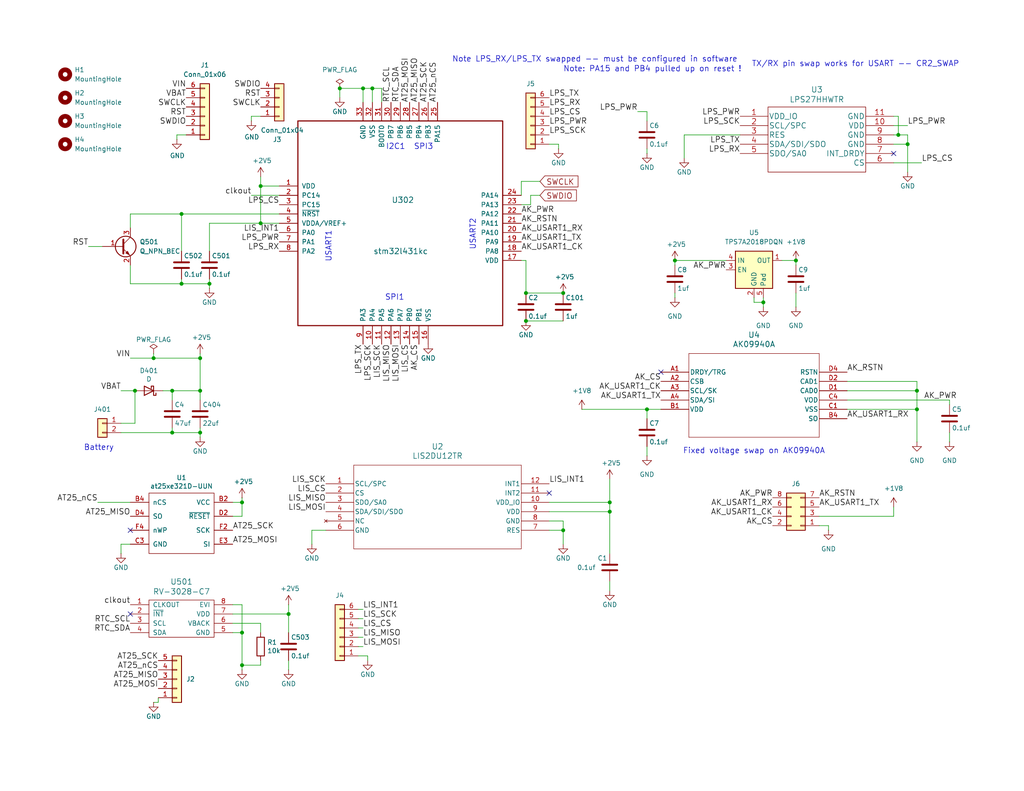
<source format=kicad_sch>
(kicad_sch (version 20231120) (generator "eeschema") (generator_version "8.0")
  (paper "USLetter")
  (title_block (title "Tag with Mag, Accel,Pressure") (date "2025-04-16") (rev "v2") (company "IUCS") (comment 1 "Geoffrey Brown"))
  (junction (at 166.37 139.7))
  (junction (at 217.17 71.12))
  (junction (at 49.53 58.42))
  (junction (at 46.99 118.11))
  (junction (at 66.04 172.72))
  (junction (at 54.61 97.79))
  (junction (at 153.67 144.78))
  (junction (at 92.71 24.13))
  (junction (at 208.28 82.55))
  (junction (at 166.37 137.16))
  (junction (at 143.51 87.63))
  (junction (at 99.06 24.13))
  (junction (at 71.12 50.8))
  (junction (at 250.19 111.76))
  (junction (at 78.74 167.64))
  (junction (at 46.99 106.68))
  (junction (at 49.53 77.47))
  (junction (at 57.15 77.47))
  (junction (at 143.51 80.01))
  (junction (at 245.11 36.83))
  (junction (at 176.53 111.76))
  (junction (at 36.83 106.68))
  (junction (at 247.65 39.37))
  (junction (at 153.67 80.01))
  (junction (at 54.61 106.68))
  (junction (at 101.6 24.13))
  (junction (at 66.04 181.61))
  (junction (at 66.04 137.16))
  (junction (at 41.91 97.79))
  (junction (at 71.12 60.96))
  (junction (at 54.61 118.11))
  (junction (at 250.19 106.68))
  (junction (at 184.15 71.12))
  (no_connect (at 243.84 41.91))
  (no_connect (at 35.56 144.78))
  (no_connect (at 149.86 134.62))
  (no_connect (at 180.34 101.6))
  (no_connect (at 35.56 167.64))
  (wire (pts (xy 66.04 140.97) (xy 66.04 137.16)))
  (wire (pts (xy 176.53 40.64) (xy 176.53 41.91)))
  (wire (pts (xy 66.04 181.61) (xy 66.04 182.88)))
  (wire (pts (xy 243.84 140.97) (xy 243.84 138.43)))
  (wire (pts (xy 63.5 167.64) (xy 78.74 167.64)))
  (wire (pts (xy 35.56 58.42) (xy 49.53 58.42)))
  (wire (pts (xy 97.79 179.07) (xy 100.33 179.07)))
  (wire (pts (xy 243.84 44.45) (xy 251.46 44.45)))
  (wire (pts (xy 41.91 96.52) (xy 41.91 97.79)))
  (wire (pts (xy 85.09 144.78) (xy 85.09 148.59)))
  (wire (pts (xy 54.61 106.68) (xy 54.61 109.22)))
  (wire (pts (xy 92.71 26.67) (xy 92.71 24.13)))
  (wire (pts (xy 71.12 180.34) (xy 71.12 181.61)))
  (wire (pts (xy 49.53 58.42) (xy 49.53 68.58)))
  (wire (pts (xy 143.51 71.12) (xy 143.51 80.01)))
  (wire (pts (xy 217.17 71.12) (xy 217.17 72.39)))
  (wire (pts (xy 250.19 104.14) (xy 250.19 106.68)))
  (wire (pts (xy 176.53 30.48) (xy 176.53 33.02)))
  (wire (pts (xy 149.86 144.78) (xy 153.67 144.78)))
  (wire (pts (xy 97.79 173.99) (xy 99.06 173.99)))
  (wire (pts (xy 78.74 167.64) (xy 78.74 172.72)))
  (wire (pts (xy 259.08 109.22) (xy 259.08 110.49)))
  (wire (pts (xy 71.12 170.18) (xy 71.12 172.72)))
  (wire (pts (xy 243.84 31.75) (xy 245.11 31.75)))
  (wire (pts (xy 49.53 77.47) (xy 57.15 77.47)))
  (wire (pts (xy 245.11 36.83) (xy 247.65 36.83)))
  (wire (pts (xy 46.99 118.11) (xy 54.61 118.11)))
  (wire (pts (xy 243.84 34.29) (xy 247.65 34.29)))
  (wire (pts (xy 71.12 60.96) (xy 76.2 60.96)))
  (wire (pts (xy 250.19 111.76) (xy 250.19 120.65)))
  (wire (pts (xy 99.06 24.13) (xy 99.06 27.94)))
  (wire (pts (xy 71.12 181.61) (xy 66.04 181.61)))
  (wire (pts (xy 57.15 76.2) (xy 57.15 77.47)))
  (wire (pts (xy 180.34 111.76) (xy 176.53 111.76)))
  (wire (pts (xy 100.33 179.07) (xy 100.33 180.34)))
  (wire (pts (xy 142.24 71.12) (xy 143.51 71.12)))
  (wire (pts (xy 71.12 31.75) (xy 68.58 31.75)))
  (wire (pts (xy 33.02 148.59) (xy 33.02 151.13)))
  (wire (pts (xy 66.04 137.16) (xy 66.04 135.89)))
  (wire (pts (xy 153.67 144.78) (xy 153.67 148.59)))
  (wire (pts (xy 149.86 142.24) (xy 153.67 142.24)))
  (wire (pts (xy 231.14 106.68) (xy 250.19 106.68)))
  (wire (pts (xy 101.6 24.13) (xy 104.14 24.13)))
  (wire (pts (xy 208.28 81.28) (xy 208.28 82.55)))
  (wire (pts (xy 97.79 168.91) (xy 99.06 168.91)))
  (wire (pts (xy 57.15 77.47) (xy 57.15 78.74)))
  (wire (pts (xy 68.58 53.34) (xy 76.2 53.34)))
  (wire (pts (xy 33.02 106.68) (xy 36.83 106.68)))
  (wire (pts (xy 173.99 30.48) (xy 176.53 30.48)))
  (wire (pts (xy 33.02 118.11) (xy 46.99 118.11)))
  (wire (pts (xy 46.99 106.68) (xy 46.99 109.22)))
  (wire (pts (xy 54.61 116.84) (xy 54.61 118.11)))
  (wire (pts (xy 35.56 97.79) (xy 41.91 97.79)))
  (wire (pts (xy 76.2 58.42) (xy 49.53 58.42)))
  (wire (pts (xy 35.56 62.23) (xy 35.56 58.42)))
  (wire (pts (xy 35.56 72.39) (xy 35.56 77.47)))
  (wire (pts (xy 71.12 60.96) (xy 57.15 60.96)))
  (wire (pts (xy 99.06 24.13) (xy 101.6 24.13)))
  (wire (pts (xy 97.79 166.37) (xy 99.06 166.37)))
  (wire (pts (xy 43.18 190.5) (xy 43.18 191.77)))
  (wire (pts (xy 43.18 191.77) (xy 41.91 191.77)))
  (wire (pts (xy 46.99 116.84) (xy 46.99 118.11)))
  (wire (pts (xy 54.61 97.79) (xy 54.61 106.68)))
  (wire (pts (xy 104.14 24.13) (xy 104.14 27.94)))
  (wire (pts (xy 231.14 111.76) (xy 250.19 111.76)))
  (wire (pts (xy 44.45 106.68) (xy 46.99 106.68)))
  (wire (pts (xy 158.75 111.76) (xy 176.53 111.76)))
  (wire (pts (xy 166.37 130.81) (xy 166.37 137.16)))
  (wire (pts (xy 142.24 53.34) (xy 142.24 49.53)))
  (wire (pts (xy 63.5 170.18) (xy 71.12 170.18)))
  (wire (pts (xy 186.69 36.83) (xy 186.69 43.18)))
  (wire (pts (xy 50.8 36.83) (xy 48.26 36.83)))
  (wire (pts (xy 153.67 142.24) (xy 153.67 144.78)))
  (wire (pts (xy 63.5 140.97) (xy 66.04 140.97)))
  (wire (pts (xy 63.5 137.16) (xy 66.04 137.16)))
  (wire (pts (xy 88.9 144.78) (xy 85.09 144.78)))
  (wire (pts (xy 152.4 39.37) (xy 152.4 40.64)))
  (wire (pts (xy 243.84 39.37) (xy 247.65 39.37)))
  (wire (pts (xy 226.06 143.51) (xy 226.06 144.78)))
  (wire (pts (xy 36.83 115.57) (xy 33.02 115.57)))
  (wire (pts (xy 176.53 121.92) (xy 176.53 124.46)))
  (wire (pts (xy 92.71 24.13) (xy 99.06 24.13)))
  (wire (pts (xy 184.15 80.01) (xy 184.15 81.28)))
  (wire (pts (xy 71.12 48.26) (xy 71.12 50.8)))
  (wire (pts (xy 205.74 81.28) (xy 205.74 82.55)))
  (wire (pts (xy 208.28 82.55) (xy 208.28 83.82)))
  (wire (pts (xy 142.24 49.53) (xy 147.32 49.53)))
  (wire (pts (xy 247.65 39.37) (xy 247.65 46.99)))
  (wire (pts (xy 36.83 106.68) (xy 36.83 115.57)))
  (wire (pts (xy 57.15 68.58) (xy 57.15 60.96)))
  (wire (pts (xy 149.86 139.7) (xy 166.37 139.7)))
  (wire (pts (xy 247.65 36.83) (xy 247.65 39.37)))
  (wire (pts (xy 97.79 176.53) (xy 99.06 176.53)))
  (wire (pts (xy 66.04 165.1) (xy 66.04 172.72)))
  (wire (pts (xy 63.5 165.1) (xy 66.04 165.1)))
  (wire (pts (xy 71.12 50.8) (xy 71.12 60.96)))
  (wire (pts (xy 24.13 67.31) (xy 27.94 67.31)))
  (wire (pts (xy 143.51 80.01) (xy 153.67 80.01)))
  (wire (pts (xy 144.78 53.34) (xy 147.32 53.34)))
  (wire (pts (xy 149.86 39.37) (xy 152.4 39.37)))
  (wire (pts (xy 35.56 77.47) (xy 49.53 77.47)))
  (wire (pts (xy 68.58 31.75) (xy 68.58 33.02)))
  (wire (pts (xy 223.52 140.97) (xy 243.84 140.97)))
  (wire (pts (xy 78.74 165.1) (xy 78.74 167.64)))
  (wire (pts (xy 231.14 109.22) (xy 259.08 109.22)))
  (wire (pts (xy 97.79 171.45) (xy 99.06 171.45)))
  (wire (pts (xy 166.37 139.7) (xy 166.37 151.13)))
  (wire (pts (xy 49.53 76.2) (xy 49.53 77.47)))
  (wire (pts (xy 66.04 172.72) (xy 66.04 181.61)))
  (wire (pts (xy 63.5 172.72) (xy 66.04 172.72)))
  (wire (pts (xy 198.12 71.12) (xy 184.15 71.12)))
  (wire (pts (xy 54.61 118.11) (xy 54.61 119.38)))
  (wire (pts (xy 250.19 106.68) (xy 250.19 111.76)))
  (wire (pts (xy 71.12 50.8) (xy 76.2 50.8)))
  (wire (pts (xy 54.61 96.52) (xy 54.61 97.79)))
  (wire (pts (xy 78.74 180.34) (xy 78.74 182.88)))
  (wire (pts (xy 231.14 104.14) (xy 250.19 104.14)))
  (wire (pts (xy 213.36 71.12) (xy 217.17 71.12)))
  (wire (pts (xy 166.37 137.16) (xy 166.37 139.7)))
  (wire (pts (xy 223.52 143.51) (xy 226.06 143.51)))
  (wire (pts (xy 243.84 36.83) (xy 245.11 36.83)))
  (wire (pts (xy 149.86 137.16) (xy 166.37 137.16)))
  (wire (pts (xy 35.56 148.59) (xy 33.02 148.59)))
  (wire (pts (xy 176.53 111.76) (xy 176.53 114.3)))
  (wire (pts (xy 166.37 158.75) (xy 166.37 161.29)))
  (wire (pts (xy 26.67 137.16) (xy 35.56 137.16)))
  (wire (pts (xy 101.6 24.13) (xy 101.6 27.94)))
  (wire (pts (xy 184.15 71.12) (xy 184.15 72.39)))
  (wire (pts (xy 201.93 36.83) (xy 186.69 36.83)))
  (wire (pts (xy 142.24 55.88) (xy 144.78 55.88)))
  (wire (pts (xy 48.26 36.83) (xy 48.26 38.1)))
  (wire (pts (xy 217.17 80.01) (xy 217.17 83.82)))
  (wire (pts (xy 205.74 82.55) (xy 208.28 82.55)))
  (wire (pts (xy 144.78 55.88) (xy 144.78 53.34)))
  (wire (pts (xy 245.11 31.75) (xy 245.11 36.83)))
  (wire (pts (xy 259.08 118.11) (xy 259.08 120.65)))
  (wire (pts (xy 153.67 87.63) (xy 143.51 87.63)))
  (wire (pts (xy 46.99 106.68) (xy 54.61 106.68)))
  (wire (pts (xy 41.91 97.79) (xy 54.61 97.79)))
  (text "TX/RX pin swap works for USART -- CR2_SWAP" (at 233.426 17.526 0) (effects (font (size 1.524 1.524))))
  (text "Battery" (at 22.86 123.19 0) (effects (font (size 1.524 1.524)) (justify left bottom)))
  (text "SPI3" (at 115.57 40.132 0) (effects (font (size 1.524 1.524))))
  (text "Note: PA15 and PB4 pulled up on reset !" (at 153.67 19.812 0) (effects (font (size 1.524 1.524)) (justify left bottom)))
  (text "I2C1" (at 107.95 40.132 0) (effects (font (size 1.524 1.524))))
  (text "Note LPS_RX/LPS_TX swapped -- must be configured in software" (at 162.306 16.256 0) (effects (font (size 1.524 1.524))))
  (text "Fixed voltage swap on AK09940A" (at 205.74 123.19 0) (effects (font (size 1.524 1.524))))
  (text "USART2" (at 129.032 64.008 90) (effects (font (size 1.524 1.524))))
  (text "SPI1" (at 107.696 81.28 0) (effects (font (size 1.524 1.524))))
  (text "USART1" (at 89.662 67.31 90) (effects (font (size 1.524 1.524))))
  (label "LIS_CS" (at 111.76 93.98 270) (effects (font (size 1.524 1.524))))
  (label "LPS_RX" (at 201.93 41.91 180) (effects (font (size 1.524 1.524))))
  (label "AT25_nCS" (at 26.67 137.16 180) (effects (font (size 1.524 1.524))))
  (label "AK_USART1_TX" (at 180.34 109.22 180) (effects (font (size 1.524 1.524))))
  (label "SWDIO" (at 50.8 34.29 180) (effects (font (size 1.524 1.524))))
  (label "LPS_CS" (at 149.86 31.75 0) (effects (font (size 1.524 1.524))))
  (label "LPS_PWR" (at 149.86 34.29 0) (effects (font (size 1.524 1.524))))
  (label "AK_USART1_CK" (at 180.34 106.68 180) (effects (font (size 1.524 1.524))))
  (label "RST" (at 71.12 26.67 180) (effects (font (size 1.524 1.524))))
  (label "LIS_INT1" (at 149.86 132.08 0) (effects (font (size 1.524 1.524))))
  (label "SWCLK" (at 50.8 29.21 180) (effects (font (size 1.524 1.524))))
  (label "LIS_CS" (at 99.06 171.45 0) (effects (font (size 1.524 1.524))))
  (label "AT25_SCK" (at 116.84 27.94 90) (effects (font (size 1.524 1.524))))
  (label "AK_USART1_TX" (at 142.24 66.04 0) (effects (font (size 1.524 1.524))))
  (label "RTC_SDA" (at 109.22 27.94 90) (effects (font (size 1.524 1.524))))
  (label "AK_USART1_RX" (at 210.82 138.43 180) (effects (font (size 1.524 1.524))))
  (label "AK_RSTN" (at 142.24 60.96 0) (effects (font (size 1.524 1.524))))
  (label "LPS_TX" (at 149.86 26.67 0) (effects (font (size 1.524 1.524))))
  (label "LPS_PWR" (at 173.99 30.48 180) (effects (font (size 1.524 1.524))))
  (label "LIS_MOSI" (at 109.22 93.98 270) (effects (font (size 1.524 1.524))))
  (label "VIN" (at 50.8 24.13 180) (effects (font (size 1.524 1.524))))
  (label "LPS_SCK" (at 201.93 34.29 180) (effects (font (size 1.524 1.524))))
  (label "AK_USART1_RX" (at 142.24 63.5 0) (effects (font (size 1.524 1.524))))
  (label "LPS_RX" (at 149.86 29.21 0) (effects (font (size 1.524 1.524))))
  (label "AK_CS" (at 180.34 104.14 180) (effects (font (size 1.524 1.524))))
  (label "LIS_INT1" (at 99.06 166.37 0) (effects (font (size 1.524 1.524))))
  (label "LIS_MOSI" (at 88.9 139.7 180) (effects (font (size 1.524 1.524))))
  (label "RTC_SCL" (at 35.56 170.18 180) (effects (font (size 1.524 1.524))))
  (label "AK_USART1_CK" (at 210.82 140.97 180) (effects (font (size 1.524 1.524))))
  (label "AK_CS" (at 210.82 143.51 180) (effects (font (size 1.524 1.524))))
  (label "AT25_MISO" (at 35.56 140.97 180) (effects (font (size 1.524 1.524))))
  (label "AT25_MISO" (at 114.3 27.94 90) (effects (font (size 1.524 1.524))))
  (label "AK_USART1_CK" (at 142.24 68.58 0) (effects (font (size 1.524 1.524))))
  (label "AT25_MISO" (at 43.18 185.42 180) (effects (font (size 1.524 1.524))))
  (label "LIS_INT1" (at 76.2 63.5 180) (effects (font (size 1.524 1.524))))
  (label "AT25_SCK" (at 43.18 180.34 180) (effects (font (size 1.524 1.524))))
  (label "AK_USART1_RX" (at 231.14 114.3 0) (effects (font (size 1.524 1.524))))
  (label "AK_RSTN" (at 231.14 101.6 0) (effects (font (size 1.524 1.524))))
  (label "VBAT" (at 50.8 26.67 180) (effects (font (size 1.524 1.524))))
  (label "LPS_SCK" (at 149.86 36.83 0) (effects (font (size 1.524 1.524))))
  (label "LPS_CS" (at 76.2 55.88 180) (effects (font (size 1.524 1.524))))
  (label "AT25_MOSI" (at 63.5 148.59 0) (effects (font (size 1.524 1.524))))
  (label "LIS_MISO" (at 106.68 93.98 270) (effects (font (size 1.524 1.524))))
  (label "clkout" (at 68.58 53.34 180) (effects (font (size 1.524 1.524))))
  (label "RTC_SCL" (at 106.68 27.94 90) (effects (font (size 1.524 1.524))))
  (label "LIS_MISO" (at 88.9 137.16 180) (effects (font (size 1.524 1.524))))
  (label "AT25_MOSI" (at 43.18 187.96 180) (effects (font (size 1.524 1.524))))
  (label "LPS_TX" (at 201.93 39.37 180) (effects (font (size 1.524 1.524))))
  (label "SWDIO" (at 71.12 24.13 180) (effects (font (size 1.524 1.524))))
  (label "AK_CS" (at 114.3 93.98 270) (effects (font (size 1.524 1.524))))
  (label "AK_RSTN" (at 223.52 135.89 0) (effects (font (size 1.524 1.524))))
  (label "LPS_PWR" (at 201.93 31.75 180) (effects (font (size 1.524 1.524))))
  (label "AK_PWR" (at 142.24 58.42 0) (effects (font (size 1.524 1.524))))
  (label "LPS_RX" (at 76.2 68.58 180) (effects (font (size 1.524 1.524))))
  (label "LPS_PWR" (at 76.2 66.04 180) (effects (font (size 1.524 1.524))))
  (label "AK_PWR" (at 252.095 109.22 0) (effects (font (size 1.524 1.524))))
  (label "RST" (at 24.13 67.31 180) (effects (font (size 1.524 1.524))))
  (label "LPS_TX" (at 99.06 93.98 270) (effects (font (size 1.524 1.524))))
  (label "SWCLK" (at 71.12 29.21 180) (effects (font (size 1.524 1.524))))
  (label "AT25_MOSI" (at 111.76 27.94 90) (effects (font (size 1.524 1.524))))
  (label "LIS_MISO" (at 99.06 173.99 0) (effects (font (size 1.524 1.524))))
  (label "AK_PWR" (at 198.12 73.66 180) (effects (font (size 1.524 1.524))))
  (label "AK_USART1_TX" (at 223.52 138.43 0) (effects (font (size 1.524 1.524))))
  (label "RTC_SDA" (at 35.56 172.72 180) (effects (font (size 1.524 1.524))))
  (label "AT25_nCS" (at 43.18 182.88 180) (effects (font (size 1.524 1.524))))
  (label "AK_PWR" (at 210.82 135.89 180) (effects (font (size 1.524 1.524))))
  (label "RST" (at 50.8 31.75 180) (effects (font (size 1.524 1.524))))
  (label "LIS_SCK" (at 99.06 168.91 0) (effects (font (size 1.524 1.524))))
  (label "AT25_nCS" (at 119.38 27.94 90) (effects (font (size 1.524 1.524))))
  (label "LPS_SCK" (at 101.6 93.98 270) (effects (font (size 1.524 1.524))))
  (label "LIS_MOSI" (at 99.06 176.53 0) (effects (font (size 1.524 1.524))))
  (label "VIN" (at 35.56 97.79 180) (effects (font (size 1.524 1.524))))
  (label "LIS_SCK" (at 104.14 93.98 270) (effects (font (size 1.524 1.524))))
  (label "LPS_PWR" (at 247.65 34.29 0) (effects (font (size 1.524 1.524))))
  (label "AT25_SCK" (at 63.5 144.78 0) (effects (font (size 1.524 1.524))))
  (label "LIS_SCK" (at 88.9 132.08 180) (effects (font (size 1.524 1.524))))
  (label "clkout" (at 35.56 165.1 180) (effects (font (size 1.524 1.524))))
  (label "LIS_CS" (at 88.9 134.62 180) (effects (font (size 1.524 1.524))))
  (label "LPS_CS" (at 251.46 44.45 0) (effects (font (size 1.524 1.524))))
  (label "VBAT" (at 33.02 106.68 180) (effects (font (size 1.524 1.524))))
  (global_label "SWDIO" (shape input) (at 147.32 53.34 0) (effects (font (size 1.524 1.524))) (property "Intersheetrefs" "${INTERSHEET_REFS}" (effects (hide yes))))
  (global_label "SWCLK" (shape input) (at 147.32 49.53 0) (effects (font (size 1.524 1.524))) (property "Intersheetrefs" "${INTERSHEET_REFS}" (effects (hide yes))))
  (symbol (lib_id "PresTag:stm32l432-gpsparts") (at 76.2 50.8 0) (unit 1)
    (property "Reference" "U302" (at 113.03 54.61 0) (effects (font (size 1.524 1.524)) (justify right)))
    (property "Value" "stm32l431kc" (at 116.84 68.58 0) (effects (font (size 1.524 1.524)) (justify right)))
    (property "Footprint" "Package_DFN_QFN:QFN-32-1EP_5x5mm_P0.5mm_EP3.45x3.45mm" (effects (hide yes)))
    (property "MFN" "STMicroelectronics" (effects (hide yes)))
    (property "DISTPN" "511-STM32L431KCU6" (effects (hide yes)))
    (property "MPN" "STM32L431KCU6" (effects (hide yes)))
  )
  (symbol (lib_id "Device:C") (at 49.53 72.39 0) (unit 1)
    (property "Reference" "C502" (at 50.165 69.85 0) (effects (justify left)))
    (property "Value" "0.1uf" (at 50.165 74.93 0) (effects (justify left)))
    (property "Footprint" "Capacitor_SMD:C_0201_0603Metric" (effects (hide yes)))
    (property "Macrofab" "MF-CAP-0402-0.1uF" (effects (hide yes)))
    (property "MFN" "Murata" (effects (hide yes)))
    (property "MPN" "GRM033C81E104KE14D" (effects (hide yes)))
    (property "DISTPN" "490-10403-1-ND" (effects (hide yes)))
  )
  (symbol (lib_id "Device:C") (at 57.15 72.39 0) (unit 1)
    (property "Reference" "C501" (at 57.785 69.85 0) (effects (justify left)))
    (property "Value" "0.1uf" (at 57.785 74.93 0) (effects (justify left)))
    (property "Footprint" "Capacitor_SMD:C_0201_0603Metric" (effects (hide yes)))
    (property "Macrofab" "MF-CAP-0402-0.1uF" (effects (hide yes)))
    (property "MFN" "Murata" (effects (hide yes)))
    (property "MPN" "GRM033C81E104KE14D" (effects (hide yes)))
    (property "DISTPN" "490-10403-1-ND" (effects (hide yes)))
  )
  (symbol (lib_id "Device:Q_NPN_BEC") (at 33.02 67.31 0) (unit 1)
    (property "Reference" "Q501" (at 38.1 66.04 0) (effects (justify left)))
    (property "Value" "Q_NPN_BEC" (at 38.1 68.58 0) (effects (justify left)))
    (property "Footprint" "Package_TO_SOT_SMD:SOT-883" (effects (hide yes)))
    (property "MFN" "Nexperia" (effects (hide yes)))
    (property "MPN" "BC847AMB,315" (effects (hide yes)))
    (property "DISTPN" "1727-2632-1-ND" (effects (hide yes)))
  )
  (symbol (lib_id "Device:C") (at 78.74 176.53 0) (unit 1)
    (property "Reference" "C503" (at 79.375 173.99 0) (effects (justify left)))
    (property "Value" "0.1uf" (at 79.375 179.07 0) (effects (justify left)))
    (property "Footprint" "Capacitor_SMD:C_0201_0603Metric" (effects (hide yes)))
    (property "MFN" "Murata" (effects (hide yes)))
    (property "MPN" "GRM033C81E104KE14D" (effects (hide yes)))
    (property "DISTPN" "490-10403-1-ND" (effects (hide yes)))
    (property "Macrofab" "MF-CAP-0402-0.1uF" (effects (hide yes)))
  )
  (symbol (lib_name "GND_3") (lib_id "power:GND") (at 33.02 151.13 0) (unit 1)
    (property "Reference" "#PWR0102" (effects (hide yes)))
    (property "Value" "GND" (at 33.02 154.94 0))
    (property "Description" "Power symbol creates a global label with name \"GND\" , ground" (effects (hide yes)))
  )
  (symbol (lib_name "GND_5") (lib_id "power:GND") (at 57.15 78.74 0) (unit 1)
    (property "Reference" "#PWR0109" (effects (hide yes)))
    (property "Value" "GND" (at 57.15 82.55 0))
    (property "Description" "Power symbol creates a global label with name \"GND\" , ground" (effects (hide yes)))
  )
  (symbol (lib_name "GND_9") (lib_id "power:GND") (at 116.84 93.98 0) (unit 1)
    (property "Reference" "#PWR0103" (effects (hide yes)))
    (property "Value" "GND" (at 116.84 97.79 0))
    (property "Description" "Power symbol creates a global label with name \"GND\" , ground" (effects (hide yes)))
  )
  (symbol (lib_name "+2V5_3") (lib_id "power:+2V5") (at 71.12 48.26 0) (unit 1)
    (property "Reference" "#PWR0105" (effects (hide yes)))
    (property "Value" "+2V5" (at 71.501 43.8658 0))
    (property "Description" "Power symbol creates a global label with name \"+2V5\"" (effects (hide yes)))
  )
  (symbol (lib_id "power:+2V5") (at 153.67 80.01 0) (unit 1)
    (property "Reference" "#PWR0108" (effects (hide yes)))
    (property "Value" "+2V5" (at 154.051 75.6158 0))
    (property "Description" "Power symbol creates a global label with name \"+2V5\"" (effects (hide yes)))
  )
  (symbol (lib_name "GND_4") (lib_id "power:GND") (at 92.71 26.67 0) (unit 1)
    (property "Reference" "#PWR0110" (effects (hide yes)))
    (property "Value" "GND" (at 92.71 30.48 0))
    (property "Description" "Power symbol creates a global label with name \"GND\" , ground" (effects (hide yes)))
  )
  (symbol (lib_name "GND_11") (lib_id "power:GND") (at 66.04 182.88 0) (unit 1)
    (property "Reference" "#PWR0112" (effects (hide yes)))
    (property "Value" "GND" (at 66.04 186.69 0))
    (property "Description" "Power symbol creates a global label with name \"GND\" , ground" (effects (hide yes)))
  )
  (symbol (lib_name "GND_12") (lib_id "power:GND") (at 78.74 182.88 0) (unit 1)
    (property "Reference" "#PWR0113" (effects (hide yes)))
    (property "Value" "GND" (at 78.74 186.69 0))
    (property "Description" "Power symbol creates a global label with name \"GND\" , ground" (effects (hide yes)))
  )
  (symbol (lib_name "+2V5_4") (lib_id "power:+2V5") (at 78.74 165.1 0) (unit 1)
    (property "Reference" "#PWR0114" (effects (hide yes)))
    (property "Value" "+2V5" (at 79.121 160.7058 0))
    (property "Description" "Power symbol creates a global label with name \"+2V5\"" (effects (hide yes)))
  )
  (symbol (lib_name "+2V5_1") (lib_id "power:+2V5") (at 54.61 96.52 0) (unit 1)
    (property "Reference" "#PWR0115" (effects (hide yes)))
    (property "Value" "+2V5" (at 54.991 92.1258 0))
    (property "Description" "Power symbol creates a global label with name \"+2V5\"" (effects (hide yes)))
  )
  (symbol (lib_name "PWR_FLAG_1") (lib_id "power:PWR_FLAG") (at 41.91 96.52 0) (unit 1)
    (property "Reference" "#FLG0102" (effects (hide yes)))
    (property "Value" "PWR_FLAG" (at 41.91 92.71 0))
    (property "Description" "Special symbol for telling ERC where power comes from" (effects (hide yes)))
  )
  (symbol (lib_name "GND_1") (lib_id "power:GND") (at 54.61 119.38 0) (unit 1)
    (property "Reference" "#PWR0116" (effects (hide yes)))
    (property "Value" "GND" (at 54.61 123.19 0))
    (property "Description" "Power symbol creates a global label with name \"GND\" , ground" (effects (hide yes)))
  )
  (symbol (lib_id "Connector_Generic:Conn_01x02") (at 27.94 115.57 0) (mirror y) (unit 1) (in_bom no)
    (property "Reference" "J401" (at 27.94 111.76 0))
    (property "Value" "CONN_01X02" (effects (hide yes)))
    (property "Footprint" "library:MS621" (effects (hide yes)))
    (property "Populate" "No" (effects (hide yes)))
    (property "Config" "DNF" (effects (hide yes)))
    (property "DNP" "1" (effects (hide yes)))
  )
  (symbol (lib_id "Device:D_Schottky") (at 40.64 106.68 180) (unit 1)
    (property "Reference" "D401" (at 40.64 101.1936 0))
    (property "Value" "D" (at 40.64 103.505 0))
    (property "Footprint" "Diode_SMD:D_0402_1005Metric" (effects (hide yes)))
    (property "MFN" "COMCHIP" (effects (hide yes)))
    (property "MPN" "CDBQC0130L-HF" (effects (hide yes)))
    (property "DISTPN" "641-1519-1-ND" (effects (hide yes)))
  )
  (symbol (lib_id "Device:C") (at 54.61 113.03 0) (unit 1)
    (property "Reference" "C404" (at 55.245 110.49 0) (effects (justify left)))
    (property "Value" "22uf" (at 55.245 115.57 0) (effects (justify left)))
    (property "Footprint" "Capacitor_SMD:C_0402_1005Metric" (effects (hide yes)))
    (property "DISTPN" "478-9839-1-ND" (effects (hide yes)))
    (property "MFN" "AVX" (effects (hide yes)))
    (property "MPN" "04026D226MAT2A" (effects (hide yes)))
  )
  (symbol (lib_name "+2V5_2") (lib_id "power:+2V5") (at 66.04 135.89 0) (unit 1)
    (property "Reference" "#PWR0107" (effects (hide yes)))
    (property "Value" "+2V5" (at 66.421 131.4958 0))
    (property "Description" "Power symbol creates a global label with name \"+2V5\"" (effects (hide yes)))
  )
  (symbol (lib_id "PresTag:RV-3028-C7-gpsparts") (at 49.53 168.91 0) (unit 1)
    (property "Reference" "U501" (at 49.53 158.8262 0) (effects (font (size 1.524 1.524))))
    (property "Value" "RV-3028-C7" (at 49.53 161.5186 0) (effects (font (size 1.524 1.524))))
    (property "Footprint" "library:RV-8803-C7" (effects (hide yes)))
    (property "DISTPN" "2195-RV-3028-C732.768KHZ1PPM-TA-QCCT-ND" (effects (hide yes)))
    (property "MFN" "Micro Crystal" (effects (hide yes)))
    (property "MPN" "RV-3028-C7 32.768KHZ 1PPM-TA-QC" (effects (hide yes)))
  )
  (symbol (lib_id "Device:R") (at 71.12 176.53 0) (unit 1)
    (property "Reference" "R1" (at 72.898 175.3616 0) (effects (justify left)))
    (property "Value" "10k" (at 72.898 177.673 0) (effects (justify left)))
    (property "Footprint" "Resistor_SMD:R_0201_0603Metric" (effects (hide yes)))
    (property "DISTPN" "311-10.0KMCT-ND" (effects (hide yes)))
    (property "MFN" "Yaego" (effects (hide yes)))
    (property "MPN" "RC0201FR-0710KL" (effects (hide yes)))
    (property "Macrofab" "MF-RES-0402-10K" (effects (hide yes)))
  )
  (symbol (lib_id "at25xe:at25ex321D-UUN") (at 49.53 140.97 0) (unit 1)
    (property "Reference" "U1" (at 49.53 130.429 0))
    (property "Value" "at25xe321D-UUN" (at 49.53 132.7404 0))
    (property "Footprint" "library:adesto_wlcsp12" (effects (hide yes)))
    (property "DISTPN" "724-AT25FF321A-UUN-T" (effects (hide yes)))
    (property "MFN" "Renesas" (effects (hide yes)))
    (property "MPN" "AT25XE321D-UUN-T" (effects (hide yes)))
  )
  (symbol (lib_id "Device:C") (at 143.51 83.82 0) (unit 1)
    (property "Reference" "C2" (at 144.145 81.28 0) (effects (justify left)))
    (property "Value" "0.1uf" (at 144.145 86.36 0) (effects (justify left)))
    (property "Footprint" "Capacitor_SMD:C_0201_0603Metric" (effects (hide yes)))
    (property "Macrofab" "MF-CAP-0402-0.1uF" (effects (hide yes)))
    (property "MFN" "Murata" (effects (hide yes)))
    (property "MPN" "GRM033C81E104KE14D" (effects (hide yes)))
    (property "DISTPN" "490-10403-1-ND" (effects (hide yes)))
  )
  (symbol (lib_id "power:GND") (at 143.51 87.63 0) (unit 1)
    (property "Reference" "#PWR0101" (effects (hide yes)))
    (property "Value" "GND" (at 143.51 91.44 0))
    (property "Description" "Power symbol creates a global label with name \"GND\" , ground" (effects (hide yes)))
  )
  (symbol (lib_id "Device:C") (at 153.67 83.82 0) (unit 1)
    (property "Reference" "C101" (at 154.305 81.28 0) (effects (justify left)))
    (property "Value" "1uf" (at 154.305 86.36 0) (effects (justify left)))
    (property "Footprint" "Capacitor_SMD:C_0201_0603Metric" (effects (hide yes)))
    (property "MFN" "Murata" (effects (hide yes)))
    (property "MPN" "GRM033R60J105MEA2D" (effects (hide yes)))
    (property "DISTPN" "490-7229-1-ND" (effects (hide yes)))
  )
  (symbol (lib_id "Device:C") (at 184.15 76.2 0) (unit 1)
    (property "Reference" "C8" (at 184.785 73.66 0) (effects (justify left)))
    (property "Value" "1uf" (at 184.785 78.74 0) (effects (justify left)))
    (property "Footprint" "Capacitor_SMD:C_0201_0603Metric" (effects (hide yes)))
    (property "MFN" "Murata" (effects (hide yes)))
    (property "MPN" "GRM033R60J105MEA2D" (effects (hide yes)))
    (property "DISTPN" "490-7229-1-ND" (effects (hide yes)))
  )
  (symbol (lib_id "power:+2V5") (at 166.37 130.81 0) (unit 1)
    (property "Reference" "#PWR6" (effects (hide yes)))
    (property "Value" "+2V5" (at 166.751 126.4158 0))
  )
  (symbol (lib_id "Device:C") (at 46.99 113.03 0) (unit 1)
    (property "Reference" "C4" (at 47.625 110.49 0) (effects (justify left)))
    (property "Value" "47uf" (at 47.625 115.57 0) (effects (justify left)))
    (property "Footprint" "Capacitor_SMD:C_0603_1608Metric" (effects (hide yes)))
    (property "DISTPN" "478-11180-1-ND" (effects (hide yes)))
    (property "MFN" "KYOCERA AVX" (effects (hide yes)))
    (property "MPN" "06036D476MAT2A" (effects (hide yes)))
  )
  (symbol (lib_id "Mechanical:MountingHole") (at 17.78 26.67 0) (unit 1) (exclude_from_sim yes) (in_bom no)
    (property "Reference" "H2" (at 20.32 25.3999 0) (effects (justify left)))
    (property "Value" "MountingHole" (at 20.32 27.9399 0) (effects (justify left)))
    (property "Footprint" "MountingHole:MountingHole_2.5mm" (effects (hide yes)))
    (property "Description" "Mounting Hole without connection" (effects (hide yes)))
  )
  (symbol (lib_id "Connector_Generic:Conn_01x04") (at 76.2 29.21 0) (mirror x) (unit 1) (in_bom no)
    (property "Reference" "J3" (at 74.422 38.1001 0) (effects (justify left)))
    (property "Value" "Conn_01x04" (at 71.12 35.5601 0) (effects (justify left)))
    (property "Footprint" "Connector_PinHeader_2.54mm:PinHeader_1x04_P2.54mm_Vertical" (effects (hide yes)))
    (property "Description" "Generic connector, single row, 01x04, script generated (kicad-library-utils/schlib/autogen/connector/)" (effects (hide yes)))
  )
  (symbol (lib_id "power:+1V8") (at 158.75 111.76 0) (unit 1)
    (property "Reference" "#PWR17" (effects (hide yes)))
    (property "Value" "+1V8" (at 158.75 106.68 0))
    (property "Description" "Power symbol creates a global label with name \"+1V8\"" (effects (hide yes)))
  )
  (symbol (lib_id "Device:C") (at 166.37 154.94 0) (mirror y) (unit 1)
    (property "Reference" "C1" (at 165.735 152.4 0) (effects (justify left)))
    (property "Value" "0.1uf" (at 162.56 154.94 0) (effects (justify left)))
    (property "Footprint" "Capacitor_SMD:C_0201_0603Metric" (effects (hide yes)))
    (property "MFN" "Murata" (effects (hide yes)))
    (property "DISTPN" "490-10403-1-ND" (effects (hide yes)))
    (property "MPN" "GRM033C81E104KE14D" (effects (hide yes)))
    (property "LCSC" "C181047" (effects (hide yes)))
  )
  (symbol (lib_name "GND_12") (lib_id "power:GND") (at 152.4 40.64 0) (unit 1)
    (property "Reference" "#PWR12" (effects (hide yes)))
    (property "Value" "GND" (at 152.4 44.45 0))
    (property "Description" "Power symbol creates a global label with name \"GND\" , ground" (effects (hide yes)))
  )
  (symbol (lib_id "power:GND") (at 153.67 148.59 0) (unit 1)
    (property "Reference" "#PWR5" (effects (hide yes)))
    (property "Value" "GND" (at 153.67 152.4 0))
  )
  (symbol (lib_id "Regulator_Linear:TPS7A20xxxDQN") (at 205.74 73.66 0) (unit 1)
    (property "Reference" "U5" (at 205.74 63.5 0))
    (property "Value" "TPS7A2018PDQN" (at 205.74 66.04 0))
    (property "Footprint" "Package_SON:Texas_X2SON-4_1x1mm_P0.65mm" (effects (hide yes)))
    (property "Datasheet" "https://www.ti.com/lit/ds/symlink/tps7a20.pdf" (effects (hide yes)))
    (property "Description" "300 mA Low Dropout Voltage Regulator, Fixed Output, 1.6..6.0Vin, Low-Noise (7μV RMS), 6.5μA IQ LDO, X2SON-5" (effects (hide yes)))
    (property "MFN" "Texas Instruments" (effects (hide yes)))
    (property "MPN" "TPS7A2018PDQNR" (effects (hide yes)))
    (property "DISTPN" "296-TPS7A2018PDQNRCT-ND" (effects (hide yes)))
  )
  (symbol (lib_id "Connector_Generic:Conn_01x05") (at 48.26 185.42 0) (mirror x) (unit 1) (in_bom no)
    (property "Reference" "J2" (at 50.8 185.4201 0) (effects (justify left)))
    (property "Value" "Conn_01x04" (effects (hide yes)))
    (property "Footprint" "Connector_PinHeader_2.54mm:PinHeader_1x05_P2.54mm_Vertical" (effects (hide yes)))
    (property "Description" "Generic connector, single row, 01x05, script generated (kicad-library-utils/schlib/autogen/connector/)" (effects (hide yes)))
    (property "DNP" "1" (effects (hide yes)))
  )
  (symbol (lib_id "power:GND") (at 184.15 81.28 0) (unit 1)
    (property "Reference" "#PWR16" (effects (hide yes)))
    (property "Value" "GND" (at 184.15 86.36 0))
    (property "Description" "Power symbol creates a global label with name \"GND\" , ground" (effects (hide yes)))
  )
  (symbol (lib_id "power:GND") (at 68.58 33.02 0) (unit 1)
    (property "Reference" "#PWR3" (effects (hide yes)))
    (property "Value" "GND" (at 68.707 37.4142 0))
  )
  (symbol (lib_id "Connector_Generic:Conn_01x06") (at 144.78 34.29 180) (unit 1) (in_bom no)
    (property "Reference" "J5" (at 144.78 22.86 0))
    (property "Value" "Conn_01x06" (effects (hide yes)))
    (property "Footprint" "Connector_PinHeader_2.54mm:PinHeader_1x06_P2.54mm_Vertical" (effects (hide yes)))
    (property "Description" "Generic connector, single row, 01x06, script generated (kicad-library-utils/schlib/autogen/connector/)" (effects (hide yes)))
  )
  (symbol (lib_id "power:GND") (at 166.37 161.29 0) (unit 1)
    (property "Reference" "#PWR7" (effects (hide yes)))
    (property "Value" "GND" (at 166.37 165.1 0))
  )
  (symbol (lib_id "power:+1V8") (at 217.17 71.12 0) (unit 1)
    (property "Reference" "#PWR21" (effects (hide yes)))
    (property "Value" "+1V8" (at 217.17 66.04 0))
    (property "Description" "Power symbol creates a global label with name \"+1V8\"" (effects (hide yes)))
  )
  (symbol (lib_id "power:GND") (at 226.06 144.78 0) (unit 1)
    (property "Reference" "#PWR23" (effects (hide yes)))
    (property "Value" "GND" (at 226.06 149.86 0))
    (property "Description" "Power symbol creates a global label with name \"GND\" , ground" (effects (hide yes)))
  )
  (symbol (lib_id "power:GND") (at 217.17 83.82 0) (unit 1)
    (property "Reference" "#PWR19" (effects (hide yes)))
    (property "Value" "GND" (at 217.17 88.9 0))
    (property "Description" "Power symbol creates a global label with name \"GND\" , ground" (effects (hide yes)))
  )
  (symbol (lib_id "Mechanical:MountingHole") (at 17.78 33.02 0) (unit 1) (exclude_from_sim yes) (in_bom no)
    (property "Reference" "H3" (at 20.32 31.7499 0) (effects (justify left)))
    (property "Value" "MountingHole" (at 20.32 34.2899 0) (effects (justify left)))
    (property "Footprint" "MountingHole:MountingHole_2.5mm" (effects (hide yes)))
    (property "Description" "Mounting Hole without connection" (effects (hide yes)))
  )
  (symbol (lib_id "lis2du12tr:LIS2DU12TR") (at 88.9 132.08 0) (unit 1)
    (property "Reference" "U2" (at 119.38 121.92 0) (effects (font (size 1.524 1.524))))
    (property "Value" "LIS2DU12TR" (at 119.38 124.46 0) (effects (font (size 1.524 1.524))))
    (property "Footprint" "LGA-12L_LIS2DU12_STM" (effects (hide yes)))
    (property "Datasheet" "LIS2DU12TR" (effects (hide yes)))
    (property "MFN" "STMicroelectronics" (effects (hide yes)))
    (property "MPN" "LIS2DU12TR" (effects (hide yes)))
    (property "DISTPN" "497-LIS2DU12TRCT-ND" (effects (hide yes)))
  )
  (symbol (lib_id "Device:C") (at 176.53 36.83 0) (unit 1)
    (property "Reference" "C6" (at 177.165 34.29 0) (effects (justify left)))
    (property "Value" "0.1uf" (at 177.165 39.37 0) (effects (justify left)))
    (property "Footprint" "Capacitor_SMD:C_0201_0603Metric" (effects (hide yes)))
    (property "Macrofab" "MF-CAP-0402-0.1uF" (effects (hide yes)))
    (property "MFN" "Murata" (effects (hide yes)))
    (property "DISTPN" "490-10403-1-ND" (effects (hide yes)))
    (property "MPN" "GRM033C81E104KE14D" (effects (hide yes)))
  )
  (symbol (lib_id "power:GND") (at 208.28 83.82 0) (unit 1)
    (property "Reference" "#PWR18" (effects (hide yes)))
    (property "Value" "GND" (at 208.28 88.9 0))
    (property "Description" "Power symbol creates a global label with name \"GND\" , ground" (effects (hide yes)))
  )
  (symbol (lib_id "Connector_Generic:Conn_01x06") (at 92.71 173.99 180) (unit 1) (in_bom no)
    (property "Reference" "J4" (at 92.71 162.56 0))
    (property "Value" "Conn_01x06" (effects (hide yes)))
    (property "Footprint" "Connector_PinHeader_2.54mm:PinHeader_1x06_P2.54mm_Vertical" (effects (hide yes)))
    (property "Description" "Generic connector, single row, 01x06, script generated (kicad-library-utils/schlib/autogen/connector/)" (effects (hide yes)))
  )
  (symbol (lib_id "Device:C") (at 176.53 118.11 0) (unit 1)
    (property "Reference" "C7" (at 177.165 115.57 0) (effects (justify left)))
    (property "Value" "0.1uf" (at 177.165 120.65 0) (effects (justify left)))
    (property "Footprint" "Capacitor_SMD:C_0201_0603Metric" (effects (hide yes)))
    (property "Macrofab" "MF-CAP-0402-0.1uF" (effects (hide yes)))
    (property "MFN" "Murata" (effects (hide yes)))
    (property "MPN" "GRM033C81E104KE14D" (effects (hide yes)))
    (property "DISTPN" "490-10403-1-ND" (effects (hide yes)))
  )
  (symbol (lib_id "power:GND") (at 48.26 38.1 0) (unit 1)
    (property "Reference" "#PWR01" (effects (hide yes)))
    (property "Value" "GND" (at 48.387 42.4942 0))
  )
  (symbol (lib_name "GND_12") (lib_id "power:GND") (at 100.33 180.34 0) (unit 1)
    (property "Reference" "#PWR8" (effects (hide yes)))
    (property "Value" "GND" (at 100.33 184.15 0))
    (property "Description" "Power symbol creates a global label with name \"GND\" , ground" (effects (hide yes)))
  )
  (symbol (lib_name "GND_8") (lib_id "power:GND") (at 247.65 46.99 0) (unit 1)
    (property "Reference" "#PWR11" (effects (hide yes)))
    (property "Value" "GND" (at 247.65 50.8 0))
    (property "Description" "Power symbol creates a global label with name \"GND\" , ground" (effects (hide yes)))
  )
  (symbol (lib_id "power:GND") (at 176.53 124.46 0) (unit 1)
    (property "Reference" "#PWR15" (effects (hide yes)))
    (property "Value" "GND" (at 176.53 129.54 0))
    (property "Description" "Power symbol creates a global label with name \"GND\" , ground" (effects (hide yes)))
  )
  (symbol (lib_name "GND_10") (lib_id "power:GND") (at 186.69 43.18 0) (unit 1)
    (property "Reference" "#PWR10" (effects (hide yes)))
    (property "Value" "GND" (at 186.69 46.99 0))
    (property "Description" "Power symbol creates a global label with name \"GND\" , ground" (effects (hide yes)))
  )
  (symbol (lib_id "power:GND") (at 250.19 120.65 0) (unit 1)
    (property "Reference" "#PWR13" (effects (hide yes)))
    (property "Value" "GND" (at 250.19 125.73 0))
    (property "Description" "Power symbol creates a global label with name \"GND\" , ground" (effects (hide yes)))
  )
  (symbol (lib_id "Mechanical:MountingHole") (at 17.78 20.32 0) (unit 1) (exclude_from_sim yes) (in_bom no)
    (property "Reference" "H1" (at 20.32 19.0499 0) (effects (justify left)))
    (property "Value" "MountingHole" (at 20.32 21.5899 0) (effects (justify left)))
    (property "Footprint" "MountingHole:MountingHole_2.5mm" (effects (hide yes)))
    (property "Description" "Mounting Hole without connection" (effects (hide yes)))
  )
  (symbol (lib_id "lps27:LPS27HHWTR") (at 201.93 31.75 0) (unit 1)
    (property "Reference" "U3" (at 222.885 24.4602 0) (effects (font (size 1.524 1.524))))
    (property "Value" "LPS27HHWTR" (at 222.885 27.1526 0) (effects (font (size 1.524 1.524))))
    (property "Footprint" "library:LPS27HHWTR" (effects (hide yes)))
    (property "DISTPN" "497-LPS27HHTWCT-ND" (effects (hide yes)))
    (property "MFN" "STMicroelectronics" (effects (hide yes)))
    (property "MPN" "LPS27HHTWTR" (effects (hide yes)))
  )
  (symbol (lib_id "power:PWR_FLAG") (at 92.71 24.13 0) (unit 1)
    (property "Reference" "#FLG0101" (effects (hide yes)))
    (property "Value" "PWR_FLAG" (at 92.71 19.05 0))
    (property "Description" "Special symbol for telling ERC where power comes from" (effects (hide yes)))
  )
  (symbol (lib_id "power:+1V8") (at 243.84 138.43 0) (unit 1)
    (property "Reference" "#PWR22" (effects (hide yes)))
    (property "Value" "+1V8" (at 243.84 133.35 0))
    (property "Description" "Power symbol creates a global label with name \"+1V8\"" (effects (hide yes)))
  )
  (symbol (lib_id "Connector_Generic:Conn_02x04_Odd_Even") (at 218.44 140.97 180) (unit 1) (in_bom no)
    (property "Reference" "J6" (at 217.17 132.08 0))
    (property "Value" "Conn_02x04_Counter_Clockwise" (effects (hide yes)))
    (property "Footprint" "Connector_PinHeader_2.54mm:PinHeader_2x04_P2.54mm_Vertical" (effects (hide yes)))
    (property "Description" "Generic connector, double row, 02x04, odd/even pin numbering scheme (row 1 odd numbers, row 2 even numbers), script generated (kicad-library-utils/schlib/autogen/connector/)" (effects (hide yes)))
  )
  (symbol (lib_id "power:GND") (at 259.08 120.65 0) (unit 1)
    (property "Reference" "#PWR14" (effects (hide yes)))
    (property "Value" "GND" (at 259.08 125.73 0))
    (property "Description" "Power symbol creates a global label with name \"GND\" , ground" (effects (hide yes)))
  )
  (symbol (lib_id "power:GND") (at 85.09 148.59 0) (unit 1)
    (property "Reference" "#PWR4" (effects (hide yes)))
    (property "Value" "GND" (at 85.09 152.4 0))
  )
  (symbol (lib_id "ak09940a:AK09940A") (at 180.34 101.6 0) (unit 1)
    (property "Reference" "U4" (at 205.74 91.44 0) (effects (font (size 1.524 1.524))))
    (property "Value" "AK09940A" (at 205.74 93.98 0) (effects (font (size 1.524 1.524))))
    (property "Footprint" "library:AK09940a" (effects (hide yes)))
    (property "Datasheet" "AK09940A" (effects (hide yes)))
    (property "MFN" "Asahi Kasei" (effects (hide yes)))
    (property "MPN" "AK09940A" (effects (hide yes)))
    (property "DISTPN" "974-AK09940ACT-ND" (effects (hide yes)))
  )
  (symbol (lib_id "Connector_Generic:Conn_01x06") (at 55.88 31.75 0) (mirror x) (unit 1) (in_bom no)
    (property "Reference" "J1" (at 55.88 17.78 0))
    (property "Value" "Conn_01x06" (at 55.88 20.32 0))
    (property "Footprint" "library:CONN_B6B-ZR_JST" (effects (hide yes)))
  )
  (symbol (lib_id "Mechanical:MountingHole") (at 17.78 39.37 0) (unit 1) (exclude_from_sim yes) (in_bom no)
    (property "Reference" "H4" (at 20.32 38.0999 0) (effects (justify left)))
    (property "Value" "MountingHole" (at 20.32 40.6399 0) (effects (justify left)))
    (property "Footprint" "MountingHole:MountingHole_2.5mm" (effects (hide yes)))
    (property "Description" "Mounting Hole without connection" (effects (hide yes)))
  )
  (symbol (lib_name "GND_6") (lib_id "power:GND") (at 176.53 41.91 0) (unit 1)
    (property "Reference" "#PWR9" (effects (hide yes)))
    (property "Value" "GND" (at 176.53 45.72 0))
    (property "Description" "Power symbol creates a global label with name \"GND\" , ground" (effects (hide yes)))
  )
  (symbol (lib_name "GND_12") (lib_id "power:GND") (at 41.91 191.77 0) (unit 1)
    (property "Reference" "#PWR02" (effects (hide yes)))
    (property "Value" "GND" (at 41.91 195.58 0))
    (property "Description" "Power symbol creates a global label with name \"GND\" , ground" (effects (hide yes)))
  )
  (symbol (lib_id "Device:C") (at 259.08 114.3 0) (unit 1)
    (property "Reference" "C5" (at 259.715 111.76 0) (effects (justify left)))
    (property "Value" "0.1uf" (at 259.715 116.84 0) (effects (justify left)))
    (property "Footprint" "Capacitor_SMD:C_0201_0603Metric" (effects (hide yes)))
    (property "Macrofab" "MF-CAP-0402-0.1uF" (effects (hide yes)))
    (property "MFN" "Murata" (effects (hide yes)))
    (property "MPN" "GRM033C81E104KE14D" (effects (hide yes)))
    (property "DISTPN" "490-10403-1-ND" (effects (hide yes)))
  )
  (symbol (lib_id "power:+2V5") (at 184.15 71.12 0) (unit 1)
    (property "Reference" "#PWR20" (effects (hide yes)))
    (property "Value" "+2V5" (at 184.531 66.7258 0))
    (property "Description" "Power symbol creates a global label with name \"+2V5\"" (effects (hide yes)))
  )
  (symbol (lib_id "Device:C") (at 217.17 76.2 0) (unit 1)
    (property "Reference" "C9" (at 217.805 73.66 0) (effects (justify left)))
    (property "Value" "1uf" (at 217.805 78.74 0) (effects (justify left)))
    (property "Footprint" "Capacitor_SMD:C_0201_0603Metric" (effects (hide yes)))
    (property "MFN" "Murata" (effects (hide yes)))
    (property "MPN" "GRM033R60J105MEA2D" (effects (hide yes)))
    (property "DISTPN" "490-7229-1-ND" (effects (hide yes)))
  )
)
</source>
